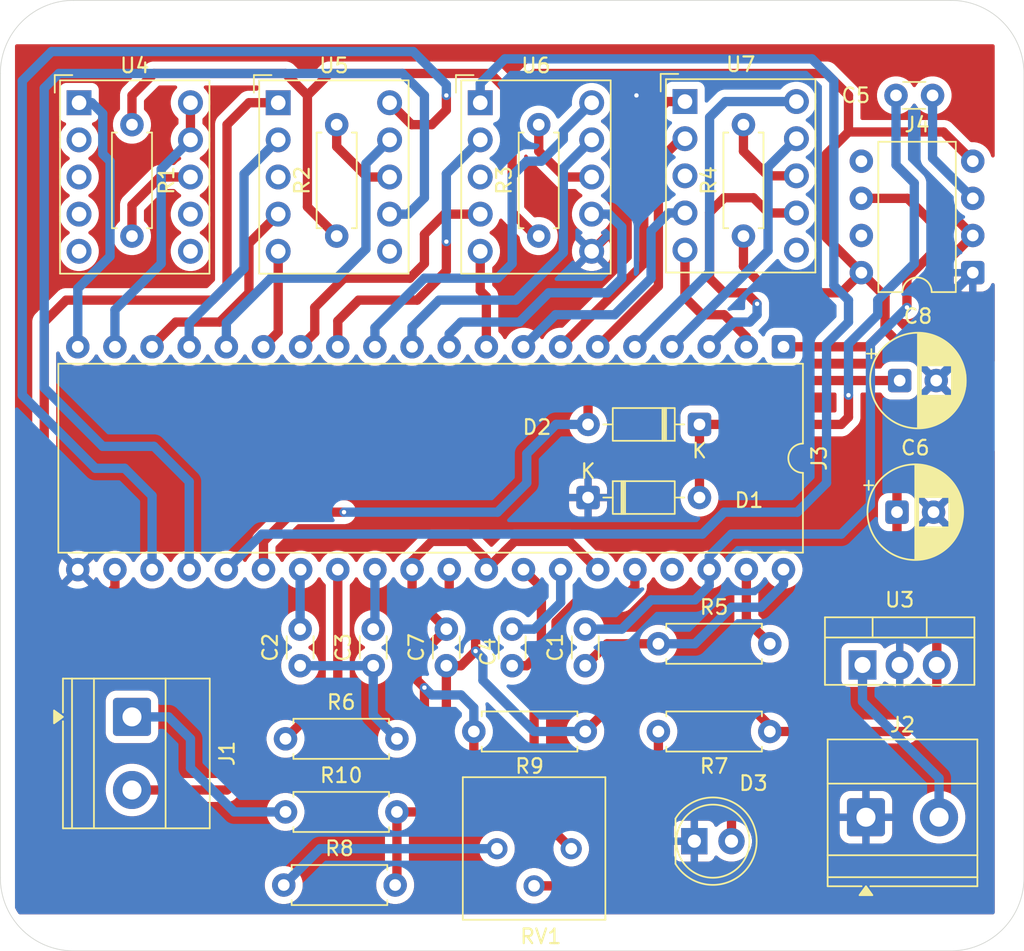
<source format=kicad_pcb>
(kicad_pcb (version 20241229) (generator "pcbnew") (generator_version "9.0")
  (title_block (title "Digital Voltmeter - 2nd Iteration") (date "2025-10-20") (rev "1.0"))
  (layers (0 "F.Cu" signal) (2 "B.Cu" signal) (13 "F.Paste" user) (15 "B.Paste" user) (5 "F.SilkS" user "F.Silkscreen") (7 "B.SilkS" user "B.Silkscreen") (1 "F.Mask" user) (3 "B.Mask" user) (25 "Edge.Cuts" user))
  (net 0 "")
  (net 1 "Net-(D1-A)")
  (net 2 "GND")
  (net 3 "Net-(D2-A)")
  (net 4 "/+5V")
  (net 5 "VCC")
  (net 6 "/ab4")
  (net 9 "/f4")
  (net 10 "Net-(R1-Pad2)")
  (net 12 "/g4")
  (net 16 "/g3")
  (net 17 "/f3")
  (net 19 "/e3")
  (net 20 "/c3")
  (net 21 "/b3")
  (net 22 "/d3")
  (net 23 "Net-(R2-Pad2)")
  (net 24 "/a3")
  (net 25 "/b2")
  (net 27 "/f2")
  (net 28 "/g2")
  (net 29 "/d2")
  (net 30 "/e2")
  (net 31 "/a2")
  (net 32 "Net-(R3-Pad2)")
  (net 33 "/c2")
  (net 34 "/a1")
  (net 35 "/c1")
  (net 36 "/e1")
  (net 37 "/g1")
  (net 38 "/f1")
  (net 40 "/b1")
  (net 41 "/d1")
  (net 42 "Net-(R4-Pad2)")
  (net 44 "Net-(J3-Pin_39)")
  (net 45 "Net-(J3-Pin_40)")
  (net 46 "Net-(C2-Pad1)")
  (net 47 "Net-(J3-Pin_28)")
  (net 48 "Net-(D3-A)")
  (net 49 "Net-(R8-Pad2)")
  (net 50 "Net-(J1-Pin_2)")
  (net 51 "Net-(J1-Pin_1)")
  (net 52 "/cl")
  (net 53 "Net-(J3-Pin_27)")
  (net 54 "Net-(J3-Pin_29)")
  (net 55 "Net-(J3-Pin_33)")
  (net 56 "Net-(J3-Pin_34)")
  (net 57 "Net-(J4-Pin_3)")
  (net 59 "Net-(J3-Pin_36)")
  (footprint "Package_TO_SOT_THT:TO-220-3_Vertical" (layer "F.Cu") (at 173.46 114.95)
    (property "Reference" "U3")
    (property "Value" "LM7805_TO220")
  )
  (footprint "Capacitor_THT:CP_Radial_D6.3mm_P2.50mm" (layer "F.Cu") (at 176 95.5)
    (property "Reference" "C8")
    (property "Value" "10uF")
  )
  (footprint "Resistor_THT:R_Axial_DIN0207_L6.3mm_D2.5mm_P7.62mm_Horizontal" (layer "F.Cu") (at 154.5 119.5 180)
    (property "Reference" "R9")
    (property "Value" "10K")
  )
  (footprint "Resistor_THT:R_Axial_DIN0207_L6.3mm_D2.5mm_P7.62mm_Horizontal" (layer "F.Cu") (at 137.5 85.62 90)
    (property "Reference" "R2")
    (property "Value" "1K")
  )
  (footprint "TerminalBlock_Phoenix:TerminalBlock_Phoenix_MKDS-1,5-2_1x02_P5.00mm_Horizontal" (layer "F.Cu") (at 123.5 118.5 -90)
    (property "Reference" "J1")
    (property "Value" "Screw_Terminal_01x02")
  )
  (footprint "Capacitor_THT:C_Disc_D3.0mm_W1.6mm_P2.50mm" (layer "F.Cu") (at 145 115 90)
    (property "Reference" "C7")
    (property "Value" "100nF")
  )
  (footprint "LED_THT:LED_D5.0mm" (layer "F.Cu") (at 161.96 127)
    (property "Reference" "D3")
    (property "Value" "LED")
  )
  (footprint "Resistor_THT:R_Axial_DIN0207_L6.3mm_D2.5mm_P7.62mm_Horizontal" (layer "F.Cu") (at 159.5 113.5)
    (property "Reference" "R5")
    (property "Value" "120K")
  )
  (footprint "Display_7Segment:Sx39-1xxxxx" (layer "F.Cu") (at 147.3175 76.5)
    (property "Reference" "U6")
    (property "Value" "SA39-11EWA")
  )
  (footprint "Resistor_THT:R_Axial_DIN0207_L6.3mm_D2.5mm_P7.62mm_Horizontal" (layer "F.Cu") (at 141.62 120 180)
    (property "Reference" "R6")
    (property "Value" "47K")
  )
  (footprint "Capacitor_THT:C_Disc_D3.0mm_W1.6mm_P2.50mm" (layer "F.Cu") (at 178.25 76 180)
    (property "Reference" "C5")
    (property "Value" "100nF")
  )
  (footprint "Display_7Segment:Sx39-1xxxxx" (layer "F.Cu") (at 133.5 76.5)
    (property "Reference" "U5")
    (property "Value" "SA39-11EWA")
  )
  (footprint "Resistor_THT:R_Axial_DIN0207_L6.3mm_D2.5mm_P7.62mm_Horizontal" (layer "F.Cu") (at 141.5 130 180)
    (property "Reference" "R8")
    (property "Value" "22K" (hide yes))
  )
  (footprint "Resistor_THT:R_Axial_DIN0207_L6.3mm_D2.5mm_P7.62mm_Horizontal" (layer "F.Cu") (at 141.62 125 180)
    (property "Reference" "R10")
    (property "Value" "1M")
  )
  (footprint "Resistor_THT:R_Axial_DIN0207_L6.3mm_D2.5mm_P7.62mm_Horizontal" (layer "F.Cu") (at 123.5 78 -90)
    (property "Reference" "R1")
    (property "Value" "1K")
  )
  (footprint "Capacitor_THT:C_Disc_D3.0mm_W1.6mm_P2.50mm" (layer "F.Cu") (at 135 115 90)
    (property "Reference" "C2")
    (property "Value" "220nF")
  )
  (footprint "Resistor_THT:R_Axial_DIN0207_L6.3mm_D2.5mm_P7.62mm_Horizontal" (layer "F.Cu") (at 165.3175 85.62 90)
    (property "Reference" "R4")
    (property "Value" "1K")
  )
  (footprint "Resistor_THT:R_Axial_DIN0207_L6.3mm_D2.5mm_P7.62mm_Horizontal" (layer "F.Cu") (at 167.12 119.5 180)
    (property "Reference" "R7")
    (property "Value" "1K")
  )
  (footprint "Potentiometer_THT:Potentiometer_Bourns_3386P_Vertical" (layer "F.Cu") (at 148.46 127.515 -90)
    (property "Reference" "RV1")
    (property "Value" "5K")
  )
  (footprint "Capacitor_THT:C_Disc_D3.0mm_W1.6mm_P2.50mm" (layer "F.Cu") (at 149.5 115 90)
    (property "Reference" "C4")
    (property "Value" "100nF")
  )
  (footprint "Capacitor_THT:C_Disc_D3.0mm_W1.6mm_P2.50mm" (layer "F.Cu") (at 154.5 115 90)
    (property "Reference" "C1")
    (property "Value" "100pF")
  )
  (footprint "TerminalBlock_Phoenix:TerminalBlock_Phoenix_MKDS-1,5-2_1x02_P5.00mm_Horizontal" (layer "F.Cu") (at 173.695 125.3625)
    (property "Reference" "J2")
    (property "Value" "Screw_Terminal_01x02")
  )
  (footprint "Package_DIP:DIP-40_W15.24mm" (layer "F.Cu") (at 168.055 93.19 -90)
    (property "Reference" "J3")
    (property "Value" "ICL_7107_Conn_02x20_Counter_Clockwise")
  )
  (footprint "Capacitor_THT:CP_Radial_D6.3mm_P2.50mm" (layer "F.Cu") (at 175.817621 104.5)
    (property "Reference" "C6")
    (property "Value" "10uF")
  )
  (footprint "Package_DIP:DIP-8_W7.62mm" (layer "F.Cu") (at 181 88.12 180)
    (property "Reference" "J4")
    (property "Value" "LM555_Conn_02x04_Counter_Clockwise")
  )
  (footprint "Display_7Segment:Sx39-1xxxxx" (layer "F.Cu") (at 161.3175 76.42)
    (property "Reference" "U7")
    (property "Value" "SA39-11EWA")
  )
  (footprint "Diode_THT:D_DO-35_SOD27_P7.62mm_Horizontal" (layer "F.Cu") (at 154.69 103.5)
    (property "Reference" "D1")
    (property "Value" "1N4148")
  )
  (footprint "Capacitor_THT:C_Disc_D3.0mm_W1.6mm_P2.50mm" (layer "F.Cu") (at 140 115 90)
    (property "Reference" "C3")
    (property "Value" "47nF")
  )
  (footprint "Diode_THT:D_DO-35_SOD27_P7.62mm_Horizontal" (layer "F.Cu") (at 162.31 98.5 180)
    (property "Reference" "D2")
    (property "Value" "1N4148")
  )
  (footprint "Resistor_THT:R_Axial_DIN0207_L6.3mm_D2.5mm_P7.62mm_Horizontal" (layer "F.Cu") (at 151.3175 85.62 90)
    (property "Reference" "R3")
    (property "Value" "1K")
  )
  (footprint "Display_7Segment:Sx39-1xxxxx" (layer "F.Cu") (at 119.88 76.5)
    (property "Reference" "U4")
    (property "Value" "SA39-11EWA")
  )
  (gr_arc (start 119.5 134.5) (mid 115.964466 133.035534) (end 114.5 129.5) (stroke (width 0.05)) (layer "Edge.Cuts"))
  (gr_line (start 119.5 134.5) (end 179.5 134.5) (stroke (width 0.05)) (layer "Edge.Cuts"))
  (gr_line (start 114.5 129.5) (end 114.5 74.5) (stroke (width 0.05)) (layer "Edge.Cuts"))
  (gr_arc (start 184.5 129.5) (mid 183.035534 133.035534) (end 179.5 134.5) (stroke (width 0.05)) (layer "Edge.Cuts"))
  (gr_arc (start 114.5 74.5) (mid 115.964466 70.964466) (end 119.5 69.5) (stroke (width 0.05)) (layer "Edge.Cuts"))
  (gr_line (start 184.5 129.5) (end 184.5 74.5) (stroke (width 0.05)) (layer "Edge.Cuts"))
  (gr_arc (start 179.5 69.5) (mid 183.035534 70.964466) (end 184.5 74.5) (stroke (width 0.05)) (layer "Edge.Cuts"))
  (gr_line (start 119.5 69.5) (end 179.5 69.5) (stroke (width 0.05)) (layer "Edge.Cuts"))
  (segment (start 172.5 96.5) (end 172.5 98) (width 0.635) (layer "F.Cu") (net 1))
  (segment (start 162.31 98.5) (end 162.31 103.5) (width 0.635) (layer "F.Cu") (net 1))
  (segment (start 172 98.5) (end 162.31 98.5) (width 0.635) (layer "F.Cu") (net 1))
  (segment (start 172.5 98) (end 172 98.5) (width 0.635) (layer "F.Cu") (net 1))
  (via (at 172.5 96.5) (size 0.5) (drill 0.3) (layers "F.Cu" "B.Cu") (net 1))
  (segment (start 172.5 96.5) (end 172.5 93) (width 0.635) (layer "B.Cu") (net 1))
  (segment (start 174.5 91) (end 174.5 90) (width 0.635) (layer "B.Cu") (net 1))
  (segment (start 174.5 90) (end 177 87.5) (width 0.635) (layer "B.Cu") (net 1))
  (segment (start 175.75 80.75) (end 175.75 76) (width 0.635) (layer "B.Cu") (net 1))
  (segment (start 177 87.5) (end 177 82) (width 0.635) (layer "B.Cu") (net 1))
  (segment (start 177 82) (end 175.75 80.75) (width 0.635) (layer "B.Cu") (net 1))
  (segment (start 172.5 93) (end 174.5 91) (width 0.635) (layer "B.Cu") (net 1))
  (segment (start 154.9375 86.66) (end 157 84.5975) (width 0.635) (layer "F.Cu") (net 2))
  (segment (start 157 77) (end 158 76) (width 0.635) (layer "F.Cu") (net 2))
  (segment (start 157 84.5) (end 157 77) (width 0.635) (layer "F.Cu") (net 2))
  (segment (start 157 84.5975) (end 157 84.5) (width 0.635) (layer "F.Cu") (net 2))
  (via (at 158 76) (size 0.6) (drill 0.3) (layers "F.Cu" "B.Cu") (net 2))
  (segment (start 178.5 104.317621) (end 178.317621 104.5) (width 0.635) (layer "B.Cu") (net 2))
  (segment (start 181 88.12) (end 179.5 89.62) (width 0.635) (layer "B.Cu") (net 2))
  (segment (start 173.695 125.195) (end 173.695 125.3625) (width 0.635) (layer "B.Cu") (net 2))
  (segment (start 179.5 94.5) (end 178.5 95.5) (width 0.635) (layer "B.Cu") (net 2))
  (segment (start 179.5 89.62) (end 179.5 94.5) (width 0.635) (layer "B.Cu") (net 2))
  (segment (start 154.69 96.81) (end 154.69 98.5) (width 0.635) (layer "F.Cu") (net 3))
  (segment (start 132.495 106.505) (end 132.495 108.43) (width 0.635) (layer "F.Cu") (net 3))
  (segment (start 134.5 104.5) (end 132.495 106.505) (width 0.635) (layer "F.Cu") (net 3))
  (segment (start 138 104.5) (end 134.5 104.5) (width 0.635) (layer "F.Cu") (net 3))
  (segment (start 156 95.5) (end 154.69 96.81) (width 0.635) (layer "F.Cu") (net 3))
  (segment (start 176 95.5) (end 156 95.5) (width 0.635) (layer "F.Cu") (net 3))
  (via (at 138 104.5) (size 0.5) (drill 0.3) (layers "F.Cu" "B.Cu") (net 3))
  (segment (start 148.5 104.5) (end 150.5 102.5) (width 0.635) (layer "B.Cu") (net 3))
  (segment (start 152.5 98.5) (end 154.69 98.5) (width 0.635) (layer "B.Cu") (net 3))
  (segment (start 150.5 102.5) (end 150.5 100.5) (width 0.635) (layer "B.Cu") (net 3))
  (segment (start 150.5 100.5) (end 152.5 98.5) (width 0.635) (layer "B.Cu") (net 3))
  (segment (start 138 104.5) (end 148.5 104.5) (width 0.635) (layer "B.Cu") (net 3))
  (segment (start 146 115) (end 145 115) (width 0.635) (layer "F.Cu") (net 4))
  (segment (start 135.5 83.62) (end 135.5 76) (width 0.635) (layer "F.Cu") (net 4))
  (segment (start 151.12 85.62) (end 151.3175 85.62) (width 0.635) (layer "F.Cu") (net 4))
  (segment (start 137.5 85.62) (end 135.5 83.62) (width 0.635) (layer "F.Cu") (net 4))
  (segment (start 123.5 76) (end 125 74.5) (width 0.635) (layer "F.Cu") (net 4))
  (segment (start 175 92) (end 175 89.74) (width 0.635) (layer "F.Cu") (net 4))
  (segment (start 175.817621 102.682379) (end 177 101.5) (width 0.635) (layer "F.Cu") (net 4))
  (segment (start 145 123.5) (end 145 115) (width 0.635) (layer "F.Cu") (net 4))
  (segment (start 168.055 93.19) (end 173.81 93.19) (width 0.635) (layer "F.Cu") (net 4))
  (segment (start 154.5 119.5) (end 157.5 116.5) (width 0.635) (layer "F.Cu") (net 4))
  (segment (start 141.62 125) (end 143.5 125) (width 0.635) (layer "F.Cu") (net 4))
  (segment (start 157.5 116.5) (end 164.5 116.5) (width 0.635) (layer "F.Cu") (net 4))
  (segment (start 149.5 76) (end 149.5 84) (width 0.635) (layer "F.Cu") (net 4))
  (segment (start 134 74.5) (end 135.5 76) (width 0.635) (layer "F.Cu") (net 4))
  (segment (start 164.5 116.5) (end 167.12 119.12) (width 0.635) (layer "F.Cu") (net 4))
  (segment (start 167.12 119.12) (end 167.12 119.5) (width 0.635) (layer "F.Cu") (net 4))
  (segment (start 147 112) (end 147 114) (width 0.635) (layer "F.Cu") (net 4))
  (segment (start 177 101.5) (end 180 101.5) (width 0.635) (layer "F.Cu") (net 4))
  (segment (start 171 85.74) (end 171 80) (width 0.635) (layer "F.Cu") (net 4))
  (segment (start 178.54 117.46) (end 178.54 114.95) (width 0.635) (layer "F.Cu") (net 4))
  (segment (start 165.3175 87.6825) (end 165.3175 85.62) (width 0.635) (layer "F.Cu") (net 4))
  (segment (start 171 80) (end 172.5 78.5) (width 0.635) (layer "F.Cu") (net 4))
  (segment (start 176.5 119.5) (end 178.54 117.46) (width 0.635) (layer "F.Cu") (net 4))
  (segment (start 180 101.5) (end 181.5 100) (width 0.635) (layer "F.Cu") (net 4))
  (segment (start 151 74.5) (end 171 74.5) (width 0.635) (layer "F.Cu") (net 4))
  (segment (start 125 74.5) (end 134 74.5) (width 0.635) (layer "F.Cu") (net 4))
  (segment (start 178.54 114.95) (end 178.54 109.04) (width 0.635) (layer "F.Cu") (net 4))
  (segment (start 141.62 129.88) (end 141.5 130) (width 0.635) (layer "F.Cu") (net 4))
  (segment (start 171 74.5) (end 172.5 76) (width 0.635) (layer "F.Cu") (net 4))
  (segment (start 149.5 76) (end 151 74.5) (width 0.635) (layer "F.Cu") (net 4))
  (segment (start 145.195 108.43) (end 145.195 110.195) (width 0.635) (layer "F.Cu") (net 4))
  (segment (start 148 74.5) (end 149.5 76) (width 0.635) (layer "F.Cu") (net 4))
  (segment (start 181.5 100) (end 181.5 94.5) (width 0.635) (layer "F.Cu") (net 4))
  (segment (start 173.81 93.19) (end 175 92) (width 0.635) (layer "F.Cu") (net 4))
  (segment (start 173.38 88.12) (end 171 85.74) (width 0.635) (layer "F.Cu") (net 4))
  (segment (start 141.62 125) (end 141.62 129.88) (width 0.635) (layer "F.Cu") (net 4))
  (segment (start 165.3175 87.6825) (end 167.135 89.5) (width 0.635) (layer "F.Cu") (net 4))
  (segment (start 179 78.5) (end 181 80.5) (width 0.635) (layer "F.Cu") (net 4))
  (segment (start 175 89.74) (end 173.38 88.12) (width 0.635) (layer "F.Cu") (net 4))
  (segment (start 149.5 84) (end 151.12 85.62) (width 0.635) (layer "F.Cu") (net 4))
  (segment (start 123.5 78) (end 123.5 76) (width 0.635) (layer "F.Cu") (net 4))
  (segment (start 176 93) (end 175 92) (width 0.635) (layer "F.Cu") (net 4))
  (segment (start 181.5 94.5) (end 180 93) (width 0.635) (layer "F.Cu") (net 4))
  (segment (start 175.817621 104.5) (end 175.817621 102.682379) (width 0.635) (layer "F.Cu") (net 4))
  (segment (start 137 74.5) (end 148 74.5) (width 0.635) (layer "F.Cu") (net 4))
  (segment (start 167.12 119.5) (end 176.5 119.5) (width 0.635) (layer "F.Cu") (net 4))
  (segment (start 175.817621 106.317621) (end 175.817621 104.5) (width 0.635) (layer "F.Cu") (net 4))
  (segment (start 167.135 89.5) (end 172 89.5) (width 0.635) (layer "F.Cu") (net 4))
  (segment (start 172.5 78.5) (end 179 78.5) (width 0.635) (layer "F.Cu") (net 4))
  (segment (start 135.5 76) (end 137 74.5) (width 0.635) (layer "F.Cu") (net 4))
  (segment (start 172 89.5) (end 173.38 88.12) (width 0.635) (layer "F.Cu") (net 4))
  (segment (start 180 93) (end 176 93) (width 0.635) (layer "F.Cu") (net 4))
  (segment (start 145.195 110.195) (end 147 112) (width 0.635) (layer "F.Cu") (net 4))
  (segment (start 172.5 76) (end 172.5 78.5) (width 0.635) (layer "F.Cu") (net 4))
  (segment (start 147 114) (end 146 115) (width 0.635) (layer "F.Cu") (net 4))
  (segment (start 143.5 125) (end 145 123.5) (width 0.635) (layer "F.Cu") (net 4))
  (segment (start 178.54 109.04) (end 175.817621 106.317621) (width 0.635) (layer "F.Cu") (net 4))
  (via (at 147 114) (size 0.5) (drill 0.3) (layers "F.Cu" "B.Cu") (net 4))
  (segment (start 147.5 114.5) (end 147.5 116) (width 0.635) (layer "B.Cu") (net 4))
  (segment (start 147.5 116) (end 151 119.5) (width 0.635) (layer "B.Cu") (net 4))
  (segment (start 147 114) (end 147.5 114.5) (width 0.635) (layer "B.Cu") (net 4))
  (segment (start 151 119.5) (end 154.5 119.5) (width 0.635) (layer "B.Cu") (net 4))
  (segment (start 173.46 114.95) (end 173.46 117.46) (width 0.635) (layer "B.Cu") (net 5))
  (segment (start 173.46 117.46) (end 178.695 122.695) (width 0.635) (layer "B.Cu") (net 5))
  (segment (start 178.695 122.695) (end 178.695 125.3625) (width 0.635) (layer "B.Cu") (net 5))
  (segment (start 127.5 76.5) (end 127.5 79.04) (width 0.635) (layer "F.Cu") (net 6))
  (segment (start 122.335 90.665001) (end 122.335 93.19) (width 0.635) (layer "B.Cu") (net 6))
  (segment (start 127.5 79.04) (end 125.5 81.04) (width 0.635) (layer "B.Cu") (net 6))
  (segment (start 125.5 81.04) (end 125.5 87.500001) (width 0.635) (layer "B.Cu") (net 6))
  (segment (start 125.5 87.500001) (end 122.335 90.665001) (width 0.635) (layer "B.Cu") (net 6))
  (segment (start 123.5 85.62) (end 123.5 83.5) (width 0.635) (layer "F.Cu") (net 10))
  (segment (start 123.5 83.5) (end 125.42 81.58) (width 0.635) (layer "F.Cu") (net 10))
  (segment (start 125.42 81.58) (end 127.5 81.58) (width 0.635) (layer "F.Cu") (net 10))
  (segment (start 122 80.5) (end 122 87) (width 0.635) (layer "B.Cu") (net 12))
  (segment (start 119.795 89.205) (end 119.795 93.19) (width 0.635) (layer "B.Cu") (net 12))
  (segment (start 119.88 76.5) (end 120.75 76.5) (width 0.635) (layer "B.Cu") (net 12))
  (segment (start 121.5 77.25) (end 121.5 80) (width 0.635) (layer "B.Cu") (net 12))
  (segment (start 120.75 76.5) (end 121.5 77.25) (width 0.635) (layer "B.Cu") (net 12))
  (segment (start 122 87) (end 119.795 89.205) (width 0.635) (layer "B.Cu") (net 12))
  (segment (start 121.5 80) (end 122 80.5) (width 0.635) (layer "B.Cu") (net 12))
  (segment (start 117.5 109.5) (end 118.5 110.5) (width 0.635) (layer "F.Cu") (net 16))
  (segment (start 122.335 109.665) (end 122.335 108.43) (width 0.635) (layer "F.Cu") (net 16))
  (segment (start 119 90) (end 117.5 91.5) (width 0.635) (layer "F.Cu") (net 16))
  (segment (start 131.5 76.5) (end 130 78) (width 0.635) (layer "F.Cu") (net 16))
  (segment (start 117.5 91.5) (end 117.5 109.5) (width 0.635) (layer "F.Cu") (net 16))
  (segment (start 129 90) (end 119 90) (width 0.635) (layer "F.Cu") (net 16))
  (segment (start 118.5 110.5) (end 121.5 110.5) (width 0.635) (layer "F.Cu") (net 16))
  (segment (start 130 89) (end 129 90) (width 0.635) (layer "F.Cu") (net 16))
  (segment (start 130 78) (end 130 89) (width 0.635) (layer "F.Cu") (net 16))
  (segment (start 121.5 110.5) (end 122.335 109.665) (width 0.635) (layer "F.Cu") (net 16))
  (segment (start 133.5 76.5) (end 131.5 76.5) (width 0.635) (layer "F.Cu") (net 16))
  (segment (start 131.164 87.836) (end 127.415 91.585) (width 0.635) (layer "B.Cu") (net 17))
  (segment (start 127.415 91.585) (end 127.415 93.19) (width 0.635) (layer "B.Cu") (net 17))
  (segment (start 133.5 79.04) (end 131.164 81.376) (width 0.635) (layer "B.Cu") (net 17))
  (segment (start 131.164 81.376) (end 131.164 87.836) (width 0.635) (layer "B.Cu") (net 17))
  (segment (start 126.5 91.5) (end 129.5 91.5) (width 0.635) (layer "F.Cu") (net 19))
  (segment (start 124.875 93.125) (end 126.5 91.5) (width 0.635) (layer "F.Cu") (net 19))
  (segment (start 129.5 91.5) (end 131.5 89.5) (width 0.635) (layer "F.Cu") (net 19))
  (segment (start 124.875 93.19) (end 124.875 93.125) (width 0.635) (layer "F.Cu") (net 19))
  (segment (start 131.5 86.12) (end 133.5 84.12) (width 0.635) (layer "F.Cu") (net 19))
  (segment (start 131.5 89.5) (end 131.5 86.12) (width 0.635) (layer "F.Cu") (net 19))
  (segment (start 142 74.5) (end 143.5 76) (width 0.635) (layer "B.Cu") (net 20))
  (segment (start 127.415 102.414999) (end 125.000001 100) (width 0.635) (layer "B.Cu") (net 20))
  (segment (start 143.5 83) (end 142.38 84.12) (width 0.635) (layer "B.Cu") (net 20))
  (segment (start 118.5 74.5) (end 142 74.5) (width 0.635) (layer "B.Cu") (net 20))
  (segment (start 127.415 108.43) (end 127.415 102.414999) (width 0.635) (layer "B.Cu") (net 20))
  (segment (start 117.5 96) (end 117.5 75.5) (width 0.635) (layer "B.Cu") (net 20))
  (segment (start 117.5 75.5) (end 118.5 74.5) (width 0.635) (layer "B.Cu") (net 20))
  (segment (start 143.5 76) (end 143.5 83) (width 0.635) (layer "B.Cu") (net 20))
  (segment (start 125.000001 100) (end 121.5 100) (width 0.635) (layer "B.Cu") (net 20))
  (segment (start 121.5 100) (end 117.5 96) (width 0.635) (layer "B.Cu") (net 20))
  (segment (start 142.38 84.12) (end 141.12 84.12) (width 0.635) (layer "B.Cu") (net 20))
  (segment (start 141.12 79.04) (end 139.5 80.66) (width 0.635) (layer "B.Cu") (net 21))
  (segment (start 139.5 80.66) (end 139.5 86.5) (width 0.635) (layer "B.Cu") (net 21))
  (segment (start 129.955 91.545) (end 129.955 93.19) (width 0.635) (layer "B.Cu") (net 21))
  (segment (start 137.5 88.5) (end 133 88.5) (width 0.635) (layer "B.Cu") (net 21))
  (segment (start 139.5 86.5) (end 137.5 88.5) (width 0.635) (layer "B.Cu") (net 21))
  (segment (start 133 88.5) (end 129.955 91.545) (width 0.635) (layer "B.Cu") (net 21))
  (segment (start 133.5 92.185) (end 133.5 86.66) (width 0.635) (layer "F.Cu") (net 22))
  (segment (start 132.495 93.19) (end 133.5 92.185) (width 0.635) (layer "F.Cu") (net 22))
  (segment (start 137.5 79.5) (end 139.58 81.58) (width 0.635) (layer "F.Cu") (net 23))
  (segment (start 139.58 81.58) (end 141.12 81.58) (width 0.635) (layer "F.Cu") (net 23))
  (segment (start 137.5 78) (end 137.5 79.5) (width 0.635) (layer "F.Cu") (net 23))
  (segment (start 145 77) (end 144 78) (width 0.635) (layer "F.Cu") (net 24))
  (segment (start 142.62 78) (end 141.12 76.5) (width 0.635) (layer "F.Cu") (net 24))
  (segment (start 145 76) (end 145 77) (width 0.635) (layer "F.Cu") (net 24))
  (segment (start 144 78) (end 142.62 78) (width 0.635) (layer "F.Cu") (net 24))
  (via (at 145 76) (size 0.5) (drill 0.3) (layers "F.Cu" "B.Cu") (net 24))
  (segment (start 121 101.5) (end 116 96.5) (width 0.635) (layer "B.Cu") (net 24))
  (segment (start 145 75.2675) (end 145 76) (width 0.635) (layer "B.Cu") (net 24))
  (segment (start 116 75) (end 118 73) (width 0.635) (layer "B.Cu") (net 24))
  (segment (start 142.7325 73) (end 145 75.2675) (width 0.635) (layer "B.Cu") (net 24))
  (segment (start 124.875 108.43) (end 124.875 103.375) (width 0.635) (layer "B.Cu") (net 24))
  (segment (start 118 73) (end 142.7325 73) (width 0.635) (layer "B.Cu") (net 24))
  (segment (start 124.875 103.375) (end 123 101.5) (width 0.635) (layer "B.Cu") (net 24))
  (segment (start 116 96.5) (end 116 75) (width 0.635) (layer "B.Cu") (net 24))
  (segment (start 123 101.5) (end 121 101.5) (width 0.635) (layer "B.Cu") (net 24))
  (segment (start 149.75 90) (end 153 86.75) (width 0.635) (layer "B.Cu") (net 25))
  (segment (start 153 86.75) (end 153 80.9775) (width 0.635) (layer "B.Cu") (net 25))
  (segment (start 144.5 90) (end 149.75 90) (width 0.635) (layer "B.Cu") (net 25))
  (segment (start 142.655 91.845) (end 144.5 90) (width 0.635) (layer "B.Cu") (net 25))
  (segment (start 142.655 93.19) (end 142.655 91.845) (width 0.635) (layer "B.Cu") (net 25))
  (segment (start 153 80.9775) (end 154.9375 79.04) (width 0.635) (layer "B.Cu") (net 25))
  (segment (start 143 90) (end 145 88) (width 0.635) (layer "F.Cu") (net 27))
  (segment (start 137.575 91.425) (end 139 90) (width 0.635) (layer "F.Cu") (net 27))
  (segment (start 137.575 93.19) (end 137.575 91.425) (width 0.635) (layer "F.Cu") (net 27))
  (segment (start 139 90) (end 143 90) (width 0.635) (layer "F.Cu") (net 27))
  (segment (start 145 88) (end 145 86) (width 0.635) (layer "F.Cu") (net 27))
  (via (at 145 86) (size 0.6) (drill 0.3) (layers "F.Cu" "B.Cu") (net 27))
  (segment (start 145 81.3575) (end 147.3175 79.04) (width 0.635) (layer "B.Cu") (net 27))
  (segment (start 145 86) (end 145 81.3575) (width 0.635) (layer "B.Cu") (net 27))
  (segment (start 170 73.5) (end 171.5 75) (width 0.635) (layer "B.Cu") (net 28))
  (segment (start 147.3175 76.5) (end 147.3175 75.1825) (width 0.635) (layer "B.Cu") (net 28))
  (segment (start 172.5 91.5) (end 171 93) (width 0.635) (layer "B.Cu") (net 28))
  (segment (start 171 102.5) (end 169 104.5) (width 0.635) (layer "B.Cu") (net 28))
  (segment (start 172.5 90) (end 172.5 91.5) (width 0.635) (layer "B.Cu") (net 28))
  (segment (start 171.5 89) (end 172.5 90) (width 0.635) (layer "B.Cu") (net 28))
  (segment (start 132.385 106) (end 129.955 108.43) (width 0.635) (layer "B.Cu") (net 28))
  (segment (start 147.3175 75.1825) (end 149 73.5) (width 0.635) (layer "B.Cu") (net 28))
  (segment (start 169 104.5) (end 164 104.5) (width 0.635) (layer "B.Cu") (net 28))
  (segment (start 171 93) (end 171 102.5) (width 0.635) (layer "B.Cu") (net 28))
  (segment (start 162.5 106) (end 132.385 106) (width 0.635) (layer "B.Cu") (net 28))
  (segment (start 171.5 75) (end 171.5 89) (width 0.635) (layer "B.Cu") (net 28))
  (segment (start 164 104.5) (end 162.5 106) (width 0.635) (layer "B.Cu") (net 28))
  (segment (start 149 73.5) (end 170 73.5) (width 0.635) (layer "B.Cu") (net 28))
  (segment (start 147.3175 86.66) (end 147.3175 89.3475) (width 0.635) (layer "F.Cu") (net 29))
  (segment (start 147.3175 89.3475) (end 147.735 89.765) (width 0.635) (layer "F.Cu") (net 29))
  (segment (start 147.735 89.765) (end 147.735 93.19) (width 0.635) (layer "F.Cu") (net 29))
  (segment (start 143.5 85.5) (end 144.88 84.12) (width 0.635) (layer "F.Cu") (net 30))
  (segment (start 135.035 93.19) (end 136 92.225) (width 0.635) (layer "F.Cu") (net 30))
  (segment (start 142.5 88.5) (end 143.5 87.5) (width 0.635) (layer "F.Cu") (net 30))
  (segment (start 138 88.5) (end 142.5 88.5) (width 0.635) (layer "F.Cu") (net 30))
  (segment (start 136 92.225) (end 136 90.5) (width 0.635) (layer "F.Cu") (net 30))
  (segment (start 143.5 87.5) (end 143.5 85.5) (width 0.635) (layer "F.Cu") (net 30))
  (segment (start 144.88 84.12) (end 147.3175 84.12) (width 0.635) (layer "F.Cu") (net 30))
  (segment (start 136 90.5) (end 138 88.5) (width 0.635) (layer "F.Cu") (net 30))
  (segment (start 153 79) (end 153 78.4375) (width 0.635) (layer "B.Cu") (net 31))
  (segment (start 149.5 87.5) (end 149.5 81.5) (width 0.635) (layer "B.Cu") (net 31))
  (segment (start 149.5 81.5) (end 150.5 80.5) (width 0.635) (layer "B.Cu") (net 31))
  (segment (start 148.5 88.5) (end 149.5 87.5) (width 0.635) (layer "B.Cu") (net 31))
  (segment (start 140.115 91.885) (end 143.5 88.5) (width 0.635) (layer "B.Cu") (net 31))
  (segment (start 153 78.4375) (end 154.9375 76.5) (width 0.635) (layer "B.Cu") (net 31))
  (segment (start 151.5 80.5) (end 153 79) (width 0.635) (layer "B.Cu") (net 31))
  (segment (start 150.5 80.5) (end 151.5 80.5) (width 0.635) (layer "B.Cu") (net 31))
  (segment (start 143.5 88.5) (end 148.5 88.5) (width 0.635) (layer "B.Cu") (net 31))
  (segment (start 140.115 93.19) (end 140.115 91.885) (width 0.635) (layer "B.Cu") (net 31))
  (segment (start 151.3175 78) (end 151.3175 79.8175) (width 0.635) (layer "F.Cu") (net 32))
  (segment (start 151.3175 79.8175) (end 153.08 81.58) (width 0.635) (layer "F.Cu") (net 32))
  (segment (start 153.08 81.58) (end 154.9375 81.58) (width 0.635) (layer "F.Cu") (net 32))
  (segment (start 146 91.5) (end 150 91.5) (width 0.635) (layer "B.Cu") (net 33))
  (segment (start 150 91.5) (end 152 89.5) (width 0.635) (layer "B.Cu") (net 33))
  (segment (start 145.195 93.19) (end 145.195 92.305) (width 0.635) (layer "B.Cu") (net 33))
  (segment (start 145.195 92.305) (end 146 91.5) (width 0.635) (layer "B.Cu") (net 33))
  (segment (start 157 88.5) (end 157 85) (width 0.635) (layer "B.Cu") (net 33))
  (segment (start 152 89.5) (end 156 89.5) (width 0.635) (layer "B.Cu") (net 33))
  (segment (start 156 89.5) (end 157 88.5) (width 0.635) (layer "B.Cu") (net 33))
  (segment (start 157 85) (end 156.12 84.12) (width 0.635) (layer "B.Cu") (net 33))
  (segment (start 156.12 84.12) (end 154.9375 84.12) (width 0.635) (layer "B.Cu") (net 33))
  (segment (start 163 77.5) (end 163 88.085) (width 0.635) (layer "B.Cu") (net 34))
  (segment (start 164.08 76.42) (end 163 77.5) (width 0.635) (layer "B.Cu") (net 34))
  (segment (start 168.9375 76.42) (end 164.08 76.42) (width 0.635) (layer "B.Cu") (net 34))
  (segment (start 163 88.085) (end 157.895 93.19) (width 0.635) (layer "B.Cu") (net 34))
  (segment (start 167.04 84.04) (end 168.9375 84.04) (width 0.635) (layer "F.Cu") (net 35))
  (segment (start 166.25 90.25) (end 165.5 89.5) (width 0.635) (layer "F.Cu") (net 35))
  (segment (start 163 88.5) (end 163 84) (width 0.635) (layer "F.Cu") (net 35))
  (segment (start 165.5 89.5) (end 164 89.5) (width 0.635) (layer "F.Cu") (net 35))
  (segment (start 164 89.5) (end 163 88.5) (width 0.635) (layer "F.Cu") (net 35))
  (segment (start 164 83) (end 166 83) (width 0.635) (layer "F.Cu") (net 35))
  (segment (start 166 83) (end 167.04 84.04) (width 0.635) (layer "F.Cu") (net 35))
  (segment (start 163 84) (end 164 83) (width 0.635) (layer "F.Cu") (net 35))
  (via (at 166.25 90.25) (size 0.5) (drill 0.3) (layers "F.Cu" "B.Cu") (net 35))
  (segment (start 165.75 91.5) (end 164.665 91.5) (width 0.635) (layer "B.Cu") (net 35))
  (segment (start 166.25 91) (end 165.75 91.5) (width 0.635) (layer "B.Cu") (net 35))
  (segment (start 164.665 91.5) (end 162.975 93.19) (width 0.635) (layer "B.Cu") (net 35))
  (segment (start 166.25 90.25) (end 166.25 91) (width 0.635) (layer "B.Cu") (net 35))
  (segment (start 156.5 91) (end 159 88.5) (width 0.635) (layer "B.Cu") (net 36))
  (segment (start 150.275 93.19) (end 152.465 91) (width 0.635) (layer "B.Cu") (net 36))
  (segment (start 160.21 84.04) (end 161.3175 84.04) (width 0.635) (layer "B.Cu") (net 36))
  (segment (start 159 88.5) (end 159 85.25) (width 0.635) (layer "B.Cu") (net 36))
  (segment (start 159 85.25) (end 160.21 84.04) (width 0.635) (layer "B.Cu") (net 36))
  (segment (start 152.465 91) (end 156.5 91) (width 0.635) (layer "B.Cu") (net 36))
  (segment (start 156 90.005) (end 152.815 93.19) (width 0.635) (layer "F.Cu") (net 37))
  (segment (start 156 90) (end 156 90.005) (width 0.635) (layer "F.Cu") (net 37))
  (segment (start 161.3175 76.42) (end 160.08 76.42) (width 0.635) (layer "F.Cu") (net 37))
  (segment (start 160.08 76.42) (end 158.5 78) (width 0.635) (layer "F.Cu") (net 37))
  (segment (start 158.5 87.5) (end 156 90) (width 0.635) (layer "F.Cu") (net 37))
  (segment (start 158.5 78) (end 158.5 87.5) (width 0.635) (layer "F.Cu") (net 37))
  (segment (start 161.3175 78.96) (end 161.04 78.96) (width 0.635) (layer "F.Cu") (net 38))
  (segment (start 159.5 89.045) (end 155.355 93.19) (width 0.635) (layer "F.Cu") (net 38))
  (segment (start 159.5 80.5) (end 159.5 89.045) (width 0.635) (layer "F.Cu") (net 38))
  (segment (start 161.04 78.96) (end 159.5 80.5) (width 0.635) (layer "F.Cu") (net 38))
  (segment (start 160.435 93.19) (end 167 86.625) (width 0.635) (layer "B.Cu") (net 40))
  (segment (start 167 86.625) (end 167 80.8975) (width 0.635) (layer "B.Cu") (net 40))
  (segment (start 167 80.8975) (end 168.9375 78.96) (width 0.635) (layer "B.Cu") (net 40))
  (segment (start 162.5 91) (end 164 91) (width 0.635) (layer "F.Cu") (net 41))
  (segment (start 164 91) (end 165.515 92.515) (width 0.635) (layer "F.Cu") (net 41))
  (segment (start 161.3175 89.8175) (end 162.5 91) (width 0.635) (layer "F.Cu") (net 41))
  (segment (start 161.3175 86.58) (end 161.3175 89.8175) (width 0.635) (layer "F.Cu") (net 41))
  (segment (start 165.515 92.515) (end 165.515 93.19) (width 0.635) (layer "F.Cu") (net 41))
  (segment (start 167 81.5) (end 168.9375 81.5) (width 0.635) (layer "F.Cu") (net 42))
  (segment (start 165.3175 79.8175) (end 167 81.5) (width 0.635) (layer "F.Cu") (net 42))
  (segment (start 165.3175 78) (end 165.3175 79.8175) (width 0.635) (layer "F.Cu") (net 42))
  (segment (start 165.515 111.895) (end 167.12 113.5) (width 0.635) (layer "F.Cu") (net 44))
  (segment (start 165.515 108.43) (end 165.515 111.895) (width 0.635) (layer "F.Cu") (net 44))
  (segment (start 156 113.5) (end 154.5 115) (width 0.635) (layer "F.Cu") (net 45))
  (segment (start 159.5 113.5) (end 156 113.5) (width 0.635) (layer "F.Cu") (net 45))
  (segment (start 168.055 109.445) (end 168.055 108.43) (width 0.635) (layer "B.Cu") (net 45))
  (segment (start 166.5 111) (end 168.055 109.445) (width 0.635) (layer "B.Cu") (net 45))
  (segment (start 159.5 113.5) (end 162 113.5) (width 0.635) (layer "B.Cu") (net 45))
  (segment (start 164.5 111) (end 166.5 111) (width 0.635) (layer "B.Cu") (net 45))
  (segment (start 162 113.5) (end 164.5 111) (width 0.635) (layer "B.Cu") (net 45))
  (segment (start 140 118.38) (end 141.62 120) (width 0.635) (layer "B.Cu") (net 46))
  (segment (start 135 115) (end 140 115) (width 0.635) (layer "B.Cu") (net 46))
  (segment (start 140 115) (end 140 118.38) (width 0.635) (layer "B.Cu") (net 46))
  (segment (start 137.575 116.425) (end 134 120) (width 0.635) (layer "F.Cu") (net 47))
  (segment (start 137.575 108.43) (end 137.575 116.425) (width 0.635) (layer "F.Cu") (net 47))
  (segment (start 159.5 119.5) (end 159.5 121) (width 0.635) (layer "F.Cu") (net 48))
  (segment (start 163 122.5) (end 164.5 124) (width 0.635) (layer "F.Cu") (net 48))
  (segment (start 161 122.5) (end 163 122.5) (width 0.635) (layer "F.Cu") (net 48))
  (segment (start 164.5 124) (end 164.5 127) (width 0.635) (layer "F.Cu") (net 48))
  (segment (start 159.5 121) (end 161 122.5) (width 0.635) (layer "F.Cu") (net 48))
  (segment (start 133.88 130) (end 136.365 127.515) (width 0.635) (layer "B.Cu") (net 49))
  (segment (start 136.365 127.515) (end 148.46 127.515) (width 0.635) (layer "B.Cu") (net 49))
  (segment (start 153.54 127.515) (end 150.025 124) (width 0.635) (layer "F.Cu") (net 50))
  (segment (start 142.5 122.5) (end 143.5 121.5) (width 0.635) (layer "F.Cu") (net 50))
  (segment (start 142.655 108.43) (end 142.655 110.155) (width 0.635) (layer "F.Cu") (net 50))
  (segment (start 142.655 110.155) (end 145 112.5) (width 0.635) (layer "F.Cu") (net 50))
  (segment (start 155.355 108.43) (end 153.425 106.5) (width 0.635) (layer "F.Cu") (net 50))
  (segment (start 123.5 123.5) (end 130 123.5) (width 0.635) (layer "F.Cu") (net 50))
  (segment (start 131 122.5) (end 142.5 122.5) (width 0.635) (layer "F.Cu") (net 50))
  (segment (start 149.665 106.5) (end 149 107.165) (width 0.635) (layer "F.Cu") (net 50))
  (segment (start 150.025 124) (end 148.5 124) (width 0.635) (layer "F.Cu") (net 50))
  (segment (start 147.735 107.735) (end 146.5 106.5) (width 0.635) (layer "F.Cu") (net 50))
  (segment (start 146.5 106.5) (end 144 106.5) (width 0.635) (layer "F.Cu") (net 50))
  (segment (start 143 114.5) (end 145 112.5) (width 0.635) (layer "F.Cu") (net 50))
  (segment (start 144 106.5) (end 142.655 107.845) (width 0.635) (layer "F.Cu") (net 50))
  (segment (start 143.5 121.5) (end 143.5 116.5) (width 0.635) (layer "F.Cu") (net 50))
  (segment (start 147.735 108.43) (end 147.735 107.735) (width 0.635) (layer "F.Cu") (net 50))
  (segment (start 153.425 106.5) (end 149.665 106.5) (width 0.635) (layer "F.Cu") (net 50))
  (segment (start 146.88 122.38) (end 146.88 119.5) (width 0.635) (layer "F.Cu") (net 50))
  (segment (start 143.5 116.5) (end 143 116) (width 0.635) (layer "F.Cu") (net 50))
  (segment (start 143 116) (end 143 114.5) (width 0.635) (layer "F.Cu") (net 50))
  (segment (start 142.655 107.845) (end 142.655 108.43) (width 0.635) (layer "F.Cu") (net 50))
  (segment (start 148.5 124) (end 146.88 122.38) (width 0.635) (layer "F.Cu") (net 50))
  (segment (start 149 107.165) (end 147.735 108.43) (width 0.635) (layer "F.Cu") (net 50))
  (segment (start 130 123.5) (end 131 122.5) (width 0.635) (layer "F.Cu") (net 50))
  (via (at 143.5 116.5) (size 0.5) (drill 0.3) (layers "F.Cu" "B.Cu") (net 50))
  (segment (start 146.88 117.88) (end 146.88 119.5) (width 0.635) (layer "B.Cu") (net 50))
  (segment (start 144 117) (end 146 117) (width 0.635) (layer "B.Cu") (net 50))
  (segment (start 146 117) (end 146.88 117.88) (width 0.635) (layer "B.Cu") (net 50))
  (segment (start 143.5 116.5) (end 144 117) (width 0.635) (layer "B.Cu") (net 50))
  (segment (start 123.538837 118.538837) (end 124.538837 118.538837) (width 0.635) (layer "F.Cu") (net 51))
  (segment (start 123.5 118.5) (end 123.538837 118.538837) (width 0.635) (layer "F.Cu") (net 51))
  (segment (start 127.5 122) (end 130.5 125) (width 0.635) (layer "B.Cu") (net 51))
  (segment (start 127.5 120) (end 127.5 122) (width 0.635) (layer "B.Cu") (net 51))
  (segment (start 123.5 118.5) (end 126 118.5) (width 0.635) (layer "B.Cu") (net 51))
  (segment (start 126 118.5) (end 127.5 120) (width 0.635) (layer "B.Cu") (net 51))
  (segment (start 130.5 125) (end 134 125) (width 0.635) (layer "B.Cu") (net 51))
  (segment (start 178 87) (end 179.58 87) (width 0.635) (layer "F.Cu") (net 52))
  (segment (start 176.54 83.04) (end 178 84.5) (width 0.635) (layer "F.Cu") (net 52))
  (segment (start 173.38 83.04) (end 176.54 83.04) (width 0.635) (layer "F.Cu") (net 52))
  (segment (start 178 84.5) (end 179.92 84.5) (width 0.635) (layer "F.Cu") (net 52))
  (segment (start 179.92 84.5) (end 181 85.58) (width 0.635) (layer "F.Cu") (net 52))
  (segment (start 179.58 87) (end 181 85.58) (width 0.635) (layer "F.Cu") (net 52))
  (segment (start 176.5 88.5) (end 178 87) (width 0.635) (layer "F.Cu") (net 52))
  (segment (start 176.5 90.5) (end 176.5 88.5) (width 0.635) (layer "F.Cu") (net 52))
  (via (at 176.5 90.5) (size 0.5) (drill 0.3) (layers "F.Cu" "B.Cu") (net 52))
  (segment (start 157 112.5) (end 159 110.5) (width 0.635) (layer "B.Cu") (net 52))
  (segment (start 172 106) (end 174 104) (width 0.635) (layer "B.Cu") (net 52))
  (segment (start 174 93) (end 176.5 90.5) (width 0.635) (layer "B.Cu") (net 52))
  (segment (start 162 110.5) (end 162.975 109.525) (width 0.635) (layer "B.Cu") (net 52))
  (segment (start 162.975 108.43) (end 162.975 107.525) (width 0.635) (layer "B.Cu") (net 52))
  (segment (start 159 110.5) (end 162 110.5) (width 0.635) (layer "B.Cu") (net 52))
  (segment (start 162.975 109.525) (end 162.975 108.43) (width 0.635) (layer "B.Cu") (net 52))
  (segment (start 154.5 112.5) (end 157 112.5) (width 0.635) (layer "B.Cu") (net 52))
  (segment (start 162.975 107.525) (end 164.5 106) (width 0.635) (layer "B.Cu") (net 52))
  (segment (start 174 104) (end 174 93) (width 0.635) (layer "B.Cu") (net 52))
  (segment (start 164.5 106) (end 172 106) (width 0.635) (layer "B.Cu") (net 52))
  (segment (start 135 108.465) (end 135.035 108.43) (width 0.635) (layer "B.Cu") (net 53))
  (segment (start 135 112.5) (end 135 108.465) (width 0.635) (layer "B.Cu") (net 53))
  (segment (start 140.115 112.385) (end 140 112.5) (width 0.635) (layer "B.Cu") (net 54))
  (segment (start 140.115 108.43) (end 140.115 112.385) (width 0.635) (layer "B.Cu") (net 54))
  (segment (start 150.5 115) (end 151.5 114) (width 0.635) (layer "F.Cu") (net 55))
  (segment (start 149.5 115) (end 150.5 115) (width 0.635) (layer "F.Cu") (net 55))
  (segment (start 151.5 114) (end 151.5 109.655) (width 0.635) (layer "F.Cu") (net 55))
  (segment (start 151.5 109.655) (end 150.275 108.43) (width 0.635) (layer "F.Cu") (net 55))
  (segment (start 149.5 112.5) (end 151 112.5) (width 0.635) (layer "B.Cu") (net 56))
  (segment (start 151 112.5) (end 152.815 110.685) (width 0.635) (layer "B.Cu") (net 56))
  (segment (start 152.815 110.685) (end 152.815 108.43) (width 0.635) (layer "B.Cu") (net 56))
  (segment (start 178.25 76) (end 178.25 80.29) (width 0.635) (layer "B.Cu") (net 57))
  (segment (start 178.25 80.29) (end 181 83.04) (width 0.635) (layer "B.Cu") (net 57))
  (segment (start 151 122.5) (end 154.5 126) (width 0.635) (layer "F.Cu") (net 59))
  (segment (start 154 110.5) (end 152.5 112) (width 0.635) (layer "F.Cu") (net 59))
  (segment (start 155.445 130.055) (end 151 130.055) (width 0.635) (layer "F.Cu") (net 59))
  (segment (start 156.5 127) (end 156.5 129) (width 0.635) (layer "F.Cu") (net 59))
  (segment (start 157.895 109.605) (end 157 110.5) (width 0.635) (layer "F.Cu") (net 59))
  (segment (start 152.5 112) (end 152.5 115.5) (width 0.635) (layer "F.Cu") (net 59))
  (segment (start 154.5 126) (end 155.5 126) (width 0.635) (layer "F.Cu") (net 59))
  (segment (start 152.5 115.5) (end 151 117) (width 0.635) (layer "F.Cu") (net 59))
  (segment (start 157.895 108.43) (end 157.895 109.605) (width 0.635) (layer "F.Cu") (net 59))
  (segment (start 157 110.5) (end 154 110.5) (width 0.635) (layer "F.Cu") (net 59))
  (segment (start 151 117) (end 151 122.5) (width 0.635) (layer "F.Cu") (net 59))
  (segment (start 155.5 126) (end 156.5 127) (width 0.635) (layer "F.Cu") (net 59))
  (segment (start 156.5 129) (end 155.445 130.055) (width 0.635) (layer "F.Cu") (net 59))
  (zone (net 2) (net_name "GND") (layer "F.Cu") (connect_pads (clearance 0.5)) (min_thickness 0.25) (fill yes (thermal_gap 0.5) (thermal_bridge_width 0.5))
    (polygon (pts (xy 182.5 104) (xy 182.5 132) (xy 115.5 132) (xy 115.5 72.5) (xy 182.5 72.5)))
  )
  (zone (net 2) (net_name "GND") (layer "B.Cu") (priority 1) (connect_pads (clearance 0.5)) (min_thickness 0.25) (fill yes (thermal_gap 0.5) (thermal_bridge_width 0.5))
    (polygon (pts (xy 182.5 72.5) (xy 182.5 132) (xy 115.5 132) (xy 115.5 72.5)))
  )
)
</source>
